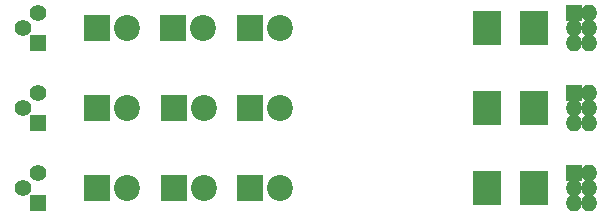
<source format=gts>
G04 #@! TF.GenerationSoftware,KiCad,Pcbnew,(5.0.0)*
G04 #@! TF.CreationDate,2019-02-18T12:30:38-08:00*
G04 #@! TF.ProjectId,mlab100_LEDPCB_1.6,6D6C61623130305F4C45445043425F31,rev?*
G04 #@! TF.SameCoordinates,Original*
G04 #@! TF.FileFunction,Soldermask,Top*
G04 #@! TF.FilePolarity,Negative*
%FSLAX46Y46*%
G04 Gerber Fmt 4.6, Leading zero omitted, Abs format (unit mm)*
G04 Created by KiCad (PCBNEW (5.0.0)) date 02/18/19 12:30:38*
%MOMM*%
%LPD*%
G01*
G04 APERTURE LIST*
%ADD10R,1.400000X1.400000*%
%ADD11O,1.400000X1.400000*%
%ADD12R,2.200000X2.200000*%
%ADD13C,2.200000*%
%ADD14C,1.400000*%
%ADD15R,2.400000X2.900000*%
G04 APERTURE END LIST*
D10*
G04 #@! TO.C,J15*
X48230000Y-8360000D03*
D11*
X49500000Y-8360000D03*
X48230000Y-9630000D03*
X49500000Y-9630000D03*
X48230000Y-10900000D03*
X49500000Y-10900000D03*
G04 #@! TD*
D12*
G04 #@! TO.C,D4*
X20800000Y-16380000D03*
D13*
X23340000Y-16380000D03*
G04 #@! TD*
D12*
G04 #@! TO.C,D1*
X7800000Y-16380000D03*
D13*
X10340000Y-16380000D03*
G04 #@! TD*
G04 #@! TO.C,D5*
X10340000Y-9630000D03*
D12*
X7800000Y-9630000D03*
G04 #@! TD*
D13*
G04 #@! TO.C,D2*
X16850000Y-16380000D03*
D12*
X14310000Y-16380000D03*
G04 #@! TD*
D13*
G04 #@! TO.C,D8*
X16850000Y-9630000D03*
D12*
X14310000Y-9630000D03*
G04 #@! TD*
G04 #@! TO.C,D9*
X20800000Y-9630000D03*
D13*
X23340000Y-9630000D03*
G04 #@! TD*
G04 #@! TO.C,D10*
X10340000Y-2890000D03*
D12*
X7800000Y-2890000D03*
G04 #@! TD*
G04 #@! TO.C,D11*
X14300000Y-2890000D03*
D13*
X16840000Y-2890000D03*
G04 #@! TD*
D12*
G04 #@! TO.C,D12*
X20800000Y-2890000D03*
D13*
X23340000Y-2890000D03*
G04 #@! TD*
D11*
G04 #@! TO.C,J14*
X49500000Y-17650000D03*
X48230000Y-17650000D03*
X49500000Y-16380000D03*
X48230000Y-16380000D03*
X49500000Y-15110000D03*
D10*
X48230000Y-15110000D03*
G04 #@! TD*
D11*
G04 #@! TO.C,J16*
X49500000Y-4160000D03*
X48230000Y-4160000D03*
X49500000Y-2890000D03*
X48230000Y-2890000D03*
X49500000Y-1620000D03*
D10*
X48230000Y-1620000D03*
G04 #@! TD*
G04 #@! TO.C,U4*
X2820000Y-17650000D03*
D14*
X2820000Y-15110000D03*
X1550000Y-16380000D03*
G04 #@! TD*
G04 #@! TO.C,U5*
X1550000Y-9630000D03*
X2820000Y-8360000D03*
D10*
X2820000Y-10900000D03*
G04 #@! TD*
G04 #@! TO.C,U6*
X2820000Y-4160000D03*
D14*
X2820000Y-1620000D03*
X1550000Y-2890000D03*
G04 #@! TD*
D15*
G04 #@! TO.C,R1*
X44820000Y-16380000D03*
X40820000Y-16380000D03*
G04 #@! TD*
G04 #@! TO.C,R2*
X40820000Y-9630000D03*
X44820000Y-9630000D03*
G04 #@! TD*
G04 #@! TO.C,R3*
X44820000Y-2890000D03*
X40820000Y-2890000D03*
G04 #@! TD*
M02*

</source>
